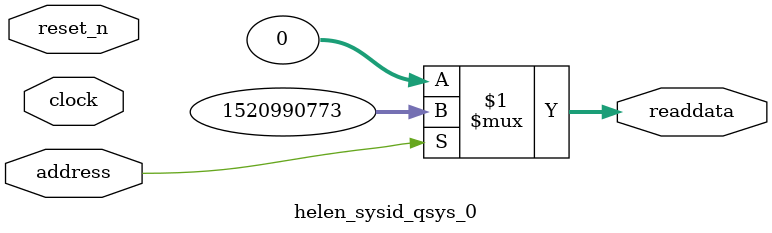
<source format=v>



// synthesis translate_off
`timescale 1ns / 1ps
// synthesis translate_on

// turn off superfluous verilog processor warnings 
// altera message_level Level1 
// altera message_off 10034 10035 10036 10037 10230 10240 10030 

module helen_sysid_qsys_0 (
               // inputs:
                address,
                clock,
                reset_n,

               // outputs:
                readdata
             )
;

  output  [ 31: 0] readdata;
  input            address;
  input            clock;
  input            reset_n;

  wire    [ 31: 0] readdata;
  //control_slave, which is an e_avalon_slave
  assign readdata = address ? 1520990773 : 0;

endmodule



</source>
